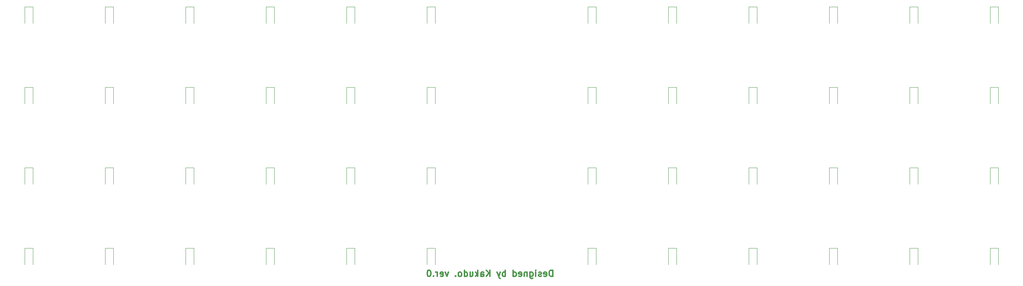
<source format=gbo>
G04 #@! TF.GenerationSoftware,KiCad,Pcbnew,(5.1.2)-2*
G04 #@! TF.CreationDate,2019-06-29T16:51:37+09:00*
G04 #@! TF.ProjectId,pcb,7063622e-6b69-4636-9164-5f7063625858,rev?*
G04 #@! TF.SameCoordinates,Original*
G04 #@! TF.FileFunction,Legend,Bot*
G04 #@! TF.FilePolarity,Positive*
%FSLAX46Y46*%
G04 Gerber Fmt 4.6, Leading zero omitted, Abs format (unit mm)*
G04 Created by KiCad (PCBNEW (5.1.2)-2) date 2019-06-29 16:51:37*
%MOMM*%
%LPD*%
G04 APERTURE LIST*
%ADD10C,0.300000*%
%ADD11C,0.120000*%
G04 APERTURE END LIST*
D10*
X164046428Y-103548571D02*
X164046428Y-102048571D01*
X163689285Y-102048571D01*
X163475000Y-102120000D01*
X163332142Y-102262857D01*
X163260714Y-102405714D01*
X163189285Y-102691428D01*
X163189285Y-102905714D01*
X163260714Y-103191428D01*
X163332142Y-103334285D01*
X163475000Y-103477142D01*
X163689285Y-103548571D01*
X164046428Y-103548571D01*
X161975000Y-103477142D02*
X162117857Y-103548571D01*
X162403571Y-103548571D01*
X162546428Y-103477142D01*
X162617857Y-103334285D01*
X162617857Y-102762857D01*
X162546428Y-102620000D01*
X162403571Y-102548571D01*
X162117857Y-102548571D01*
X161975000Y-102620000D01*
X161903571Y-102762857D01*
X161903571Y-102905714D01*
X162617857Y-103048571D01*
X161332142Y-103477142D02*
X161189285Y-103548571D01*
X160903571Y-103548571D01*
X160760714Y-103477142D01*
X160689285Y-103334285D01*
X160689285Y-103262857D01*
X160760714Y-103120000D01*
X160903571Y-103048571D01*
X161117857Y-103048571D01*
X161260714Y-102977142D01*
X161332142Y-102834285D01*
X161332142Y-102762857D01*
X161260714Y-102620000D01*
X161117857Y-102548571D01*
X160903571Y-102548571D01*
X160760714Y-102620000D01*
X160046428Y-103548571D02*
X160046428Y-102548571D01*
X160046428Y-102048571D02*
X160117857Y-102120000D01*
X160046428Y-102191428D01*
X159975000Y-102120000D01*
X160046428Y-102048571D01*
X160046428Y-102191428D01*
X158689285Y-102548571D02*
X158689285Y-103762857D01*
X158760714Y-103905714D01*
X158832142Y-103977142D01*
X158975000Y-104048571D01*
X159189285Y-104048571D01*
X159332142Y-103977142D01*
X158689285Y-103477142D02*
X158832142Y-103548571D01*
X159117857Y-103548571D01*
X159260714Y-103477142D01*
X159332142Y-103405714D01*
X159403571Y-103262857D01*
X159403571Y-102834285D01*
X159332142Y-102691428D01*
X159260714Y-102620000D01*
X159117857Y-102548571D01*
X158832142Y-102548571D01*
X158689285Y-102620000D01*
X157975000Y-102548571D02*
X157975000Y-103548571D01*
X157975000Y-102691428D02*
X157903571Y-102620000D01*
X157760714Y-102548571D01*
X157546428Y-102548571D01*
X157403571Y-102620000D01*
X157332142Y-102762857D01*
X157332142Y-103548571D01*
X156046428Y-103477142D02*
X156189285Y-103548571D01*
X156475000Y-103548571D01*
X156617857Y-103477142D01*
X156689285Y-103334285D01*
X156689285Y-102762857D01*
X156617857Y-102620000D01*
X156475000Y-102548571D01*
X156189285Y-102548571D01*
X156046428Y-102620000D01*
X155975000Y-102762857D01*
X155975000Y-102905714D01*
X156689285Y-103048571D01*
X154689285Y-103548571D02*
X154689285Y-102048571D01*
X154689285Y-103477142D02*
X154832142Y-103548571D01*
X155117857Y-103548571D01*
X155260714Y-103477142D01*
X155332142Y-103405714D01*
X155403571Y-103262857D01*
X155403571Y-102834285D01*
X155332142Y-102691428D01*
X155260714Y-102620000D01*
X155117857Y-102548571D01*
X154832142Y-102548571D01*
X154689285Y-102620000D01*
X152832142Y-103548571D02*
X152832142Y-102048571D01*
X152832142Y-102620000D02*
X152689285Y-102548571D01*
X152403571Y-102548571D01*
X152260714Y-102620000D01*
X152189285Y-102691428D01*
X152117857Y-102834285D01*
X152117857Y-103262857D01*
X152189285Y-103405714D01*
X152260714Y-103477142D01*
X152403571Y-103548571D01*
X152689285Y-103548571D01*
X152832142Y-103477142D01*
X151617857Y-102548571D02*
X151260714Y-103548571D01*
X150903571Y-102548571D02*
X151260714Y-103548571D01*
X151403571Y-103905714D01*
X151475000Y-103977142D01*
X151617857Y-104048571D01*
X149189285Y-103548571D02*
X149189285Y-102048571D01*
X148332142Y-103548571D02*
X148975000Y-102691428D01*
X148332142Y-102048571D02*
X149189285Y-102905714D01*
X147046428Y-103548571D02*
X147046428Y-102762857D01*
X147117857Y-102620000D01*
X147260714Y-102548571D01*
X147546428Y-102548571D01*
X147689285Y-102620000D01*
X147046428Y-103477142D02*
X147189285Y-103548571D01*
X147546428Y-103548571D01*
X147689285Y-103477142D01*
X147760714Y-103334285D01*
X147760714Y-103191428D01*
X147689285Y-103048571D01*
X147546428Y-102977142D01*
X147189285Y-102977142D01*
X147046428Y-102905714D01*
X146332142Y-103548571D02*
X146332142Y-102048571D01*
X146189285Y-102977142D02*
X145760714Y-103548571D01*
X145760714Y-102548571D02*
X146332142Y-103120000D01*
X144475000Y-102548571D02*
X144475000Y-103548571D01*
X145117857Y-102548571D02*
X145117857Y-103334285D01*
X145046428Y-103477142D01*
X144903571Y-103548571D01*
X144689285Y-103548571D01*
X144546428Y-103477142D01*
X144475000Y-103405714D01*
X143117857Y-103548571D02*
X143117857Y-102048571D01*
X143117857Y-103477142D02*
X143260714Y-103548571D01*
X143546428Y-103548571D01*
X143689285Y-103477142D01*
X143760714Y-103405714D01*
X143832142Y-103262857D01*
X143832142Y-102834285D01*
X143760714Y-102691428D01*
X143689285Y-102620000D01*
X143546428Y-102548571D01*
X143260714Y-102548571D01*
X143117857Y-102620000D01*
X142189285Y-103548571D02*
X142332142Y-103477142D01*
X142403571Y-103405714D01*
X142475000Y-103262857D01*
X142475000Y-102834285D01*
X142403571Y-102691428D01*
X142332142Y-102620000D01*
X142189285Y-102548571D01*
X141975000Y-102548571D01*
X141832142Y-102620000D01*
X141760714Y-102691428D01*
X141689285Y-102834285D01*
X141689285Y-103262857D01*
X141760714Y-103405714D01*
X141832142Y-103477142D01*
X141975000Y-103548571D01*
X142189285Y-103548571D01*
X141046428Y-103405714D02*
X140975000Y-103477142D01*
X141046428Y-103548571D01*
X141117857Y-103477142D01*
X141046428Y-103405714D01*
X141046428Y-103548571D01*
X139332142Y-102548571D02*
X138975000Y-103548571D01*
X138617857Y-102548571D01*
X137475000Y-103477142D02*
X137617857Y-103548571D01*
X137903571Y-103548571D01*
X138046428Y-103477142D01*
X138117857Y-103334285D01*
X138117857Y-102762857D01*
X138046428Y-102620000D01*
X137903571Y-102548571D01*
X137617857Y-102548571D01*
X137475000Y-102620000D01*
X137403571Y-102762857D01*
X137403571Y-102905714D01*
X138117857Y-103048571D01*
X136760714Y-103548571D02*
X136760714Y-102548571D01*
X136760714Y-102834285D02*
X136689285Y-102691428D01*
X136617857Y-102620000D01*
X136475000Y-102548571D01*
X136332142Y-102548571D01*
X135832142Y-103405714D02*
X135760714Y-103477142D01*
X135832142Y-103548571D01*
X135903571Y-103477142D01*
X135832142Y-103405714D01*
X135832142Y-103548571D01*
X134832142Y-102048571D02*
X134689285Y-102048571D01*
X134546428Y-102120000D01*
X134475000Y-102191428D01*
X134403571Y-102334285D01*
X134332142Y-102620000D01*
X134332142Y-102977142D01*
X134403571Y-103262857D01*
X134475000Y-103405714D01*
X134546428Y-103477142D01*
X134689285Y-103548571D01*
X134832142Y-103548571D01*
X134975000Y-103477142D01*
X135046428Y-103405714D01*
X135117857Y-103262857D01*
X135189285Y-102977142D01*
X135189285Y-102620000D01*
X135117857Y-102334285D01*
X135046428Y-102191428D01*
X134975000Y-102120000D01*
X134832142Y-102048571D01*
D11*
X39005000Y-39710000D02*
X41005000Y-39710000D01*
X41005000Y-39710000D02*
X41005000Y-43560000D01*
X39005000Y-39710000D02*
X39005000Y-43560000D01*
X58055000Y-39710000D02*
X60055000Y-39710000D01*
X60055000Y-39710000D02*
X60055000Y-43560000D01*
X58055000Y-39710000D02*
X58055000Y-43560000D01*
X77105000Y-39710000D02*
X79105000Y-39710000D01*
X79105000Y-39710000D02*
X79105000Y-43560000D01*
X77105000Y-39710000D02*
X77105000Y-43560000D01*
X96155000Y-39710000D02*
X96155000Y-43560000D01*
X98155000Y-39710000D02*
X98155000Y-43560000D01*
X96155000Y-39710000D02*
X98155000Y-39710000D01*
X115205000Y-39710000D02*
X115205000Y-43560000D01*
X117205000Y-39710000D02*
X117205000Y-43560000D01*
X115205000Y-39710000D02*
X117205000Y-39710000D01*
X134255000Y-39710000D02*
X134255000Y-43560000D01*
X136255000Y-39710000D02*
X136255000Y-43560000D01*
X134255000Y-39710000D02*
X136255000Y-39710000D01*
X172355000Y-39710000D02*
X172355000Y-43560000D01*
X174355000Y-39710000D02*
X174355000Y-43560000D01*
X172355000Y-39710000D02*
X174355000Y-39710000D01*
X191405000Y-39710000D02*
X193405000Y-39710000D01*
X193405000Y-39710000D02*
X193405000Y-43560000D01*
X191405000Y-39710000D02*
X191405000Y-43560000D01*
X210455000Y-39710000D02*
X212455000Y-39710000D01*
X212455000Y-39710000D02*
X212455000Y-43560000D01*
X210455000Y-39710000D02*
X210455000Y-43560000D01*
X229505000Y-39710000D02*
X229505000Y-43560000D01*
X231505000Y-39710000D02*
X231505000Y-43560000D01*
X229505000Y-39710000D02*
X231505000Y-39710000D01*
X248555000Y-39710000D02*
X250555000Y-39710000D01*
X250555000Y-39710000D02*
X250555000Y-43560000D01*
X248555000Y-39710000D02*
X248555000Y-43560000D01*
X267605000Y-39710000D02*
X269605000Y-39710000D01*
X269605000Y-39710000D02*
X269605000Y-43560000D01*
X267605000Y-39710000D02*
X267605000Y-43560000D01*
X39005000Y-58760000D02*
X39005000Y-62610000D01*
X41005000Y-58760000D02*
X41005000Y-62610000D01*
X39005000Y-58760000D02*
X41005000Y-58760000D01*
X58055000Y-58760000D02*
X58055000Y-62610000D01*
X60055000Y-58760000D02*
X60055000Y-62610000D01*
X58055000Y-58760000D02*
X60055000Y-58760000D01*
X77105000Y-58760000D02*
X77105000Y-62610000D01*
X79105000Y-58760000D02*
X79105000Y-62610000D01*
X77105000Y-58760000D02*
X79105000Y-58760000D01*
X96155000Y-58760000D02*
X96155000Y-62610000D01*
X98155000Y-58760000D02*
X98155000Y-62610000D01*
X96155000Y-58760000D02*
X98155000Y-58760000D01*
X115205000Y-58760000D02*
X117205000Y-58760000D01*
X117205000Y-58760000D02*
X117205000Y-62610000D01*
X115205000Y-58760000D02*
X115205000Y-62610000D01*
X134255000Y-58760000D02*
X134255000Y-62610000D01*
X136255000Y-58760000D02*
X136255000Y-62610000D01*
X134255000Y-58760000D02*
X136255000Y-58760000D01*
X172355000Y-58760000D02*
X172355000Y-62610000D01*
X174355000Y-58760000D02*
X174355000Y-62610000D01*
X172355000Y-58760000D02*
X174355000Y-58760000D01*
X191405000Y-58760000D02*
X193405000Y-58760000D01*
X193405000Y-58760000D02*
X193405000Y-62610000D01*
X191405000Y-58760000D02*
X191405000Y-62610000D01*
X210455000Y-58760000D02*
X212455000Y-58760000D01*
X212455000Y-58760000D02*
X212455000Y-62610000D01*
X210455000Y-58760000D02*
X210455000Y-62610000D01*
X229505000Y-58760000D02*
X231505000Y-58760000D01*
X231505000Y-58760000D02*
X231505000Y-62610000D01*
X229505000Y-58760000D02*
X229505000Y-62610000D01*
X248555000Y-58760000D02*
X248555000Y-62610000D01*
X250555000Y-58760000D02*
X250555000Y-62610000D01*
X248555000Y-58760000D02*
X250555000Y-58760000D01*
X267605000Y-58760000D02*
X269605000Y-58760000D01*
X269605000Y-58760000D02*
X269605000Y-62610000D01*
X267605000Y-58760000D02*
X267605000Y-62610000D01*
X39005000Y-77810000D02*
X41005000Y-77810000D01*
X41005000Y-77810000D02*
X41005000Y-81660000D01*
X39005000Y-77810000D02*
X39005000Y-81660000D01*
X58055000Y-77810000D02*
X58055000Y-81660000D01*
X60055000Y-77810000D02*
X60055000Y-81660000D01*
X58055000Y-77810000D02*
X60055000Y-77810000D01*
X77105000Y-77810000D02*
X79105000Y-77810000D01*
X79105000Y-77810000D02*
X79105000Y-81660000D01*
X77105000Y-77810000D02*
X77105000Y-81660000D01*
X96155000Y-77810000D02*
X96155000Y-81660000D01*
X98155000Y-77810000D02*
X98155000Y-81660000D01*
X96155000Y-77810000D02*
X98155000Y-77810000D01*
X115205000Y-77810000D02*
X115205000Y-81660000D01*
X117205000Y-77810000D02*
X117205000Y-81660000D01*
X115205000Y-77810000D02*
X117205000Y-77810000D01*
X134255000Y-77810000D02*
X136255000Y-77810000D01*
X136255000Y-77810000D02*
X136255000Y-81660000D01*
X134255000Y-77810000D02*
X134255000Y-81660000D01*
X172355000Y-77810000D02*
X174355000Y-77810000D01*
X174355000Y-77810000D02*
X174355000Y-81660000D01*
X172355000Y-77810000D02*
X172355000Y-81660000D01*
X191405000Y-77810000D02*
X191405000Y-81660000D01*
X193405000Y-77810000D02*
X193405000Y-81660000D01*
X191405000Y-77810000D02*
X193405000Y-77810000D01*
X210455000Y-77810000D02*
X210455000Y-81660000D01*
X212455000Y-77810000D02*
X212455000Y-81660000D01*
X210455000Y-77810000D02*
X212455000Y-77810000D01*
X229505000Y-77810000D02*
X231505000Y-77810000D01*
X231505000Y-77810000D02*
X231505000Y-81660000D01*
X229505000Y-77810000D02*
X229505000Y-81660000D01*
X248555000Y-77810000D02*
X250555000Y-77810000D01*
X250555000Y-77810000D02*
X250555000Y-81660000D01*
X248555000Y-77810000D02*
X248555000Y-81660000D01*
X267605000Y-77810000D02*
X269605000Y-77810000D01*
X269605000Y-77810000D02*
X269605000Y-81660000D01*
X267605000Y-77810000D02*
X267605000Y-81660000D01*
X39005000Y-96860000D02*
X41005000Y-96860000D01*
X41005000Y-96860000D02*
X41005000Y-100710000D01*
X39005000Y-96860000D02*
X39005000Y-100710000D01*
X58055000Y-96860000D02*
X58055000Y-100710000D01*
X60055000Y-96860000D02*
X60055000Y-100710000D01*
X58055000Y-96860000D02*
X60055000Y-96860000D01*
X77105000Y-96860000D02*
X79105000Y-96860000D01*
X79105000Y-96860000D02*
X79105000Y-100710000D01*
X77105000Y-96860000D02*
X77105000Y-100710000D01*
X96155000Y-96860000D02*
X96155000Y-100710000D01*
X98155000Y-96860000D02*
X98155000Y-100710000D01*
X96155000Y-96860000D02*
X98155000Y-96860000D01*
X115205000Y-96860000D02*
X115205000Y-100710000D01*
X117205000Y-96860000D02*
X117205000Y-100710000D01*
X115205000Y-96860000D02*
X117205000Y-96860000D01*
X134255000Y-96860000D02*
X136255000Y-96860000D01*
X136255000Y-96860000D02*
X136255000Y-100710000D01*
X134255000Y-96860000D02*
X134255000Y-100710000D01*
X172355000Y-96860000D02*
X172355000Y-100710000D01*
X174355000Y-96860000D02*
X174355000Y-100710000D01*
X172355000Y-96860000D02*
X174355000Y-96860000D01*
X191405000Y-96860000D02*
X193405000Y-96860000D01*
X193405000Y-96860000D02*
X193405000Y-100710000D01*
X191405000Y-96860000D02*
X191405000Y-100710000D01*
X210455000Y-96860000D02*
X210455000Y-100710000D01*
X212455000Y-96860000D02*
X212455000Y-100710000D01*
X210455000Y-96860000D02*
X212455000Y-96860000D01*
X229505000Y-96860000D02*
X231505000Y-96860000D01*
X231505000Y-96860000D02*
X231505000Y-100710000D01*
X229505000Y-96860000D02*
X229505000Y-100710000D01*
X248555000Y-96860000D02*
X248555000Y-100710000D01*
X250555000Y-96860000D02*
X250555000Y-100710000D01*
X248555000Y-96860000D02*
X250555000Y-96860000D01*
X267605000Y-96860000D02*
X267605000Y-100710000D01*
X269605000Y-96860000D02*
X269605000Y-100710000D01*
X267605000Y-96860000D02*
X269605000Y-96860000D01*
M02*

</source>
